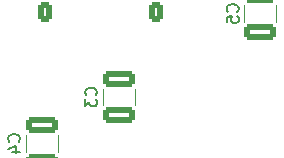
<source format=gbo>
G04 #@! TF.GenerationSoftware,KiCad,Pcbnew,7.0.10*
G04 #@! TF.CreationDate,2024-03-01T12:45:03+01:00*
G04 #@! TF.ProjectId,zapdos,7a617064-6f73-42e6-9b69-6361645f7063,rev?*
G04 #@! TF.SameCoordinates,Original*
G04 #@! TF.FileFunction,Legend,Bot*
G04 #@! TF.FilePolarity,Positive*
%FSLAX46Y46*%
G04 Gerber Fmt 4.6, Leading zero omitted, Abs format (unit mm)*
G04 Created by KiCad (PCBNEW 7.0.10) date 2024-03-01 12:45:03*
%MOMM*%
%LPD*%
G01*
G04 APERTURE LIST*
G04 Aperture macros list*
%AMRoundRect*
0 Rectangle with rounded corners*
0 $1 Rounding radius*
0 $2 $3 $4 $5 $6 $7 $8 $9 X,Y pos of 4 corners*
0 Add a 4 corners polygon primitive as box body*
4,1,4,$2,$3,$4,$5,$6,$7,$8,$9,$2,$3,0*
0 Add four circle primitives for the rounded corners*
1,1,$1+$1,$2,$3*
1,1,$1+$1,$4,$5*
1,1,$1+$1,$6,$7*
1,1,$1+$1,$8,$9*
0 Add four rect primitives between the rounded corners*
20,1,$1+$1,$2,$3,$4,$5,0*
20,1,$1+$1,$4,$5,$6,$7,0*
20,1,$1+$1,$6,$7,$8,$9,0*
20,1,$1+$1,$8,$9,$2,$3,0*%
G04 Aperture macros list end*
%ADD10C,0.150000*%
%ADD11C,0.120000*%
%ADD12RoundRect,0.250000X-0.625000X0.350000X-0.625000X-0.350000X0.625000X-0.350000X0.625000X0.350000X0*%
%ADD13O,1.750000X1.200000*%
%ADD14RoundRect,0.102000X0.765000X0.765000X-0.765000X0.765000X-0.765000X-0.765000X0.765000X-0.765000X0*%
%ADD15C,1.734000*%
%ADD16RoundRect,0.250000X-1.100000X0.412500X-1.100000X-0.412500X1.100000X-0.412500X1.100000X0.412500X0*%
%ADD17C,3.200000*%
%ADD18R,1.700000X1.700000*%
%ADD19O,1.700000X1.700000*%
%ADD20RoundRect,0.250000X-0.350000X-0.625000X0.350000X-0.625000X0.350000X0.625000X-0.350000X0.625000X0*%
%ADD21O,1.200000X1.750000*%
%ADD22C,6.000000*%
%ADD23RoundRect,0.102000X-0.765000X-0.765000X0.765000X-0.765000X0.765000X0.765000X-0.765000X0.765000X0*%
G04 APERTURE END LIST*
D10*
X136059580Y-28333333D02*
X136107200Y-28285714D01*
X136107200Y-28285714D02*
X136154819Y-28142857D01*
X136154819Y-28142857D02*
X136154819Y-28047619D01*
X136154819Y-28047619D02*
X136107200Y-27904762D01*
X136107200Y-27904762D02*
X136011961Y-27809524D01*
X136011961Y-27809524D02*
X135916723Y-27761905D01*
X135916723Y-27761905D02*
X135726247Y-27714286D01*
X135726247Y-27714286D02*
X135583390Y-27714286D01*
X135583390Y-27714286D02*
X135392914Y-27761905D01*
X135392914Y-27761905D02*
X135297676Y-27809524D01*
X135297676Y-27809524D02*
X135202438Y-27904762D01*
X135202438Y-27904762D02*
X135154819Y-28047619D01*
X135154819Y-28047619D02*
X135154819Y-28142857D01*
X135154819Y-28142857D02*
X135202438Y-28285714D01*
X135202438Y-28285714D02*
X135250057Y-28333333D01*
X135154819Y-29238095D02*
X135154819Y-28761905D01*
X135154819Y-28761905D02*
X135631009Y-28714286D01*
X135631009Y-28714286D02*
X135583390Y-28761905D01*
X135583390Y-28761905D02*
X135535771Y-28857143D01*
X135535771Y-28857143D02*
X135535771Y-29095238D01*
X135535771Y-29095238D02*
X135583390Y-29190476D01*
X135583390Y-29190476D02*
X135631009Y-29238095D01*
X135631009Y-29238095D02*
X135726247Y-29285714D01*
X135726247Y-29285714D02*
X135964342Y-29285714D01*
X135964342Y-29285714D02*
X136059580Y-29238095D01*
X136059580Y-29238095D02*
X136107200Y-29190476D01*
X136107200Y-29190476D02*
X136154819Y-29095238D01*
X136154819Y-29095238D02*
X136154819Y-28857143D01*
X136154819Y-28857143D02*
X136107200Y-28761905D01*
X136107200Y-28761905D02*
X136059580Y-28714286D01*
X117559580Y-39333333D02*
X117607200Y-39285714D01*
X117607200Y-39285714D02*
X117654819Y-39142857D01*
X117654819Y-39142857D02*
X117654819Y-39047619D01*
X117654819Y-39047619D02*
X117607200Y-38904762D01*
X117607200Y-38904762D02*
X117511961Y-38809524D01*
X117511961Y-38809524D02*
X117416723Y-38761905D01*
X117416723Y-38761905D02*
X117226247Y-38714286D01*
X117226247Y-38714286D02*
X117083390Y-38714286D01*
X117083390Y-38714286D02*
X116892914Y-38761905D01*
X116892914Y-38761905D02*
X116797676Y-38809524D01*
X116797676Y-38809524D02*
X116702438Y-38904762D01*
X116702438Y-38904762D02*
X116654819Y-39047619D01*
X116654819Y-39047619D02*
X116654819Y-39142857D01*
X116654819Y-39142857D02*
X116702438Y-39285714D01*
X116702438Y-39285714D02*
X116750057Y-39333333D01*
X116988152Y-40190476D02*
X117654819Y-40190476D01*
X116607200Y-39952381D02*
X117321485Y-39714286D01*
X117321485Y-39714286D02*
X117321485Y-40333333D01*
X124059580Y-35395833D02*
X124107200Y-35348214D01*
X124107200Y-35348214D02*
X124154819Y-35205357D01*
X124154819Y-35205357D02*
X124154819Y-35110119D01*
X124154819Y-35110119D02*
X124107200Y-34967262D01*
X124107200Y-34967262D02*
X124011961Y-34872024D01*
X124011961Y-34872024D02*
X123916723Y-34824405D01*
X123916723Y-34824405D02*
X123726247Y-34776786D01*
X123726247Y-34776786D02*
X123583390Y-34776786D01*
X123583390Y-34776786D02*
X123392914Y-34824405D01*
X123392914Y-34824405D02*
X123297676Y-34872024D01*
X123297676Y-34872024D02*
X123202438Y-34967262D01*
X123202438Y-34967262D02*
X123154819Y-35110119D01*
X123154819Y-35110119D02*
X123154819Y-35205357D01*
X123154819Y-35205357D02*
X123202438Y-35348214D01*
X123202438Y-35348214D02*
X123250057Y-35395833D01*
X123154819Y-35729167D02*
X123154819Y-36348214D01*
X123154819Y-36348214D02*
X123535771Y-36014881D01*
X123535771Y-36014881D02*
X123535771Y-36157738D01*
X123535771Y-36157738D02*
X123583390Y-36252976D01*
X123583390Y-36252976D02*
X123631009Y-36300595D01*
X123631009Y-36300595D02*
X123726247Y-36348214D01*
X123726247Y-36348214D02*
X123964342Y-36348214D01*
X123964342Y-36348214D02*
X124059580Y-36300595D01*
X124059580Y-36300595D02*
X124107200Y-36252976D01*
X124107200Y-36252976D02*
X124154819Y-36157738D01*
X124154819Y-36157738D02*
X124154819Y-35872024D01*
X124154819Y-35872024D02*
X124107200Y-35776786D01*
X124107200Y-35776786D02*
X124059580Y-35729167D01*
D11*
X136640000Y-27788748D02*
X136640000Y-29211252D01*
X139360000Y-27788748D02*
X139360000Y-29211252D01*
X120860000Y-38788748D02*
X120860000Y-40211252D01*
X118140000Y-38788748D02*
X118140000Y-40211252D01*
X124640000Y-34851248D02*
X124640000Y-36273752D01*
X127360000Y-34851248D02*
X127360000Y-36273752D01*
%LPC*%
D12*
X174000000Y-72000000D03*
D13*
X174000000Y-74000000D03*
X174000000Y-76000000D03*
X174000000Y-78000000D03*
D14*
X66675000Y-171165000D03*
D15*
X66675000Y-168625000D03*
X66675000Y-166085000D03*
X66675000Y-163545000D03*
X66675000Y-161005000D03*
X66675000Y-158465000D03*
X66675000Y-155925000D03*
X66675000Y-153385000D03*
X66675000Y-150845000D03*
X66675000Y-148305000D03*
X66675000Y-145765000D03*
X66675000Y-143225000D03*
X66675000Y-140685000D03*
X66675000Y-138145000D03*
X66675000Y-135605000D03*
X66675000Y-133065000D03*
X66675000Y-130525000D03*
X66675000Y-127985000D03*
X66675000Y-125445000D03*
X41275000Y-125445000D03*
X41275000Y-127985000D03*
X41275000Y-130525000D03*
X41275000Y-133065000D03*
X41275000Y-135605000D03*
X41275000Y-138145000D03*
X41275000Y-140685000D03*
X41275000Y-143225000D03*
X41275000Y-145765000D03*
X41275000Y-148305000D03*
X41275000Y-150845000D03*
X41275000Y-153385000D03*
X41275000Y-155925000D03*
X41275000Y-158465000D03*
X41275000Y-161005000D03*
X41275000Y-163545000D03*
X41275000Y-166085000D03*
X41275000Y-168625000D03*
X41275000Y-171165000D03*
D16*
X138000000Y-26937500D03*
X138000000Y-30062500D03*
X119500000Y-41062500D03*
X119500000Y-37937500D03*
X126000000Y-34000000D03*
X126000000Y-37125000D03*
D17*
X34290000Y-168910000D03*
D18*
X79375000Y-29210000D03*
D19*
X79375000Y-31750000D03*
X79375000Y-34290000D03*
D12*
X173990000Y-156560000D03*
D13*
X173990000Y-158560000D03*
X173990000Y-160560000D03*
X173990000Y-162560000D03*
D18*
X173990000Y-48895000D03*
D19*
X173990000Y-51435000D03*
X173990000Y-53975000D03*
X173990000Y-56515000D03*
X173990000Y-59055000D03*
X173990000Y-61595000D03*
D12*
X173990000Y-132430000D03*
D13*
X173990000Y-134430000D03*
X173990000Y-136430000D03*
X173990000Y-138430000D03*
D20*
X129175000Y-28390000D03*
D21*
X131175000Y-28390000D03*
D12*
X173990000Y-121920000D03*
D13*
X173990000Y-123920000D03*
X173990000Y-125920000D03*
D12*
X173990000Y-84900000D03*
D13*
X173990000Y-86900000D03*
X173990000Y-88900000D03*
X173990000Y-90900000D03*
X173990000Y-92900000D03*
X173990000Y-94900000D03*
D17*
X177165000Y-168910000D03*
D12*
X173990000Y-102395000D03*
D13*
X173990000Y-104395000D03*
X173990000Y-106395000D03*
X173990000Y-108395000D03*
X173990000Y-110395000D03*
X173990000Y-112395000D03*
D20*
X119785000Y-28390000D03*
D21*
X121785000Y-28390000D03*
D17*
X177165000Y-26035000D03*
X34290000Y-26035000D03*
D20*
X110395000Y-28390000D03*
D21*
X112395000Y-28390000D03*
D22*
X41970000Y-30690000D03*
X41970000Y-88690000D03*
X64970000Y-30690000D03*
X64970000Y-88690000D03*
D18*
X63700000Y-35560000D03*
D19*
X66240000Y-35560000D03*
X63700000Y-38100000D03*
X66240000Y-38100000D03*
X63700000Y-40640000D03*
X66240000Y-40640000D03*
X63700000Y-43180000D03*
X66240000Y-43180000D03*
X63700000Y-45720000D03*
X66240000Y-45720000D03*
X63700000Y-48260000D03*
X66240000Y-48260000D03*
X63700000Y-50800000D03*
X66240000Y-50800000D03*
X63700000Y-53340000D03*
X66240000Y-53340000D03*
X63700000Y-55880000D03*
X66240000Y-55880000D03*
X63700000Y-58420000D03*
X66240000Y-58420000D03*
X63700000Y-60960000D03*
X66240000Y-60960000D03*
X63700000Y-63500000D03*
X66240000Y-63500000D03*
X63700000Y-66040000D03*
X66240000Y-66040000D03*
X63700000Y-68580000D03*
X66240000Y-68580000D03*
X63700000Y-71120000D03*
X66240000Y-71120000D03*
X63700000Y-73660000D03*
X66240000Y-73660000D03*
X63700000Y-76200000D03*
X66240000Y-76200000D03*
X63700000Y-78740000D03*
X66240000Y-78740000D03*
X63700000Y-81280000D03*
X66240000Y-81280000D03*
X63700000Y-83820000D03*
X66240000Y-83820000D03*
D17*
X93980000Y-66675000D03*
X95250000Y-142875000D03*
X127000000Y-118745000D03*
X140970000Y-142875000D03*
X142240000Y-67945000D03*
D23*
X139700000Y-71501000D03*
D15*
X142240000Y-71501000D03*
X139700000Y-74041000D03*
X142240000Y-74041000D03*
X139700000Y-76581000D03*
X142240000Y-76581000D03*
X139700000Y-79121000D03*
X142240000Y-79121000D03*
X139700000Y-81661000D03*
X142240000Y-81661000D03*
X139700000Y-84201000D03*
X142240000Y-84201000D03*
X139700000Y-86741000D03*
X142240000Y-86741000D03*
X139700000Y-89281000D03*
X142240000Y-89281000D03*
X139700000Y-91821000D03*
X142240000Y-91821000D03*
X139700000Y-94361000D03*
X142240000Y-94361000D03*
D23*
X93980000Y-80645000D03*
D15*
X96520000Y-80645000D03*
X93980000Y-83185000D03*
X96520000Y-83185000D03*
X93980000Y-85725000D03*
X96520000Y-85725000D03*
X93980000Y-88265000D03*
X96520000Y-88265000D03*
X93980000Y-90805000D03*
X96520000Y-90805000D03*
X93980000Y-93345000D03*
X96520000Y-93345000D03*
X93980000Y-95885000D03*
X96520000Y-95885000D03*
X93980000Y-98425000D03*
X96520000Y-98425000D03*
D23*
X93980000Y-103505000D03*
D15*
X96520000Y-103505000D03*
X93980000Y-106045000D03*
X96520000Y-106045000D03*
X93980000Y-108585000D03*
X96520000Y-108585000D03*
X93980000Y-111125000D03*
X96520000Y-111125000D03*
X93980000Y-113665000D03*
X96520000Y-113665000D03*
X93980000Y-116205000D03*
X96520000Y-116205000D03*
X93980000Y-118745000D03*
X96520000Y-118745000D03*
X93980000Y-121285000D03*
X96520000Y-121285000D03*
X93980000Y-123825000D03*
X96520000Y-123825000D03*
X93980000Y-126365000D03*
X96520000Y-126365000D03*
X93980000Y-128905000D03*
X96520000Y-128905000D03*
X93980000Y-131445000D03*
X96520000Y-131445000D03*
X93980000Y-133985000D03*
X96520000Y-133985000D03*
X93980000Y-136525000D03*
X96520000Y-136525000D03*
X93980000Y-139065000D03*
X96520000Y-139065000D03*
D23*
X139700000Y-98425000D03*
D15*
X142240000Y-98425000D03*
X139700000Y-100965000D03*
X142240000Y-100965000D03*
X139700000Y-103505000D03*
X142240000Y-103505000D03*
X139700000Y-106045000D03*
X142240000Y-106045000D03*
X139700000Y-108585000D03*
X142240000Y-108585000D03*
X139700000Y-111125000D03*
X142240000Y-111125000D03*
X139700000Y-113665000D03*
X142240000Y-113665000D03*
X139700000Y-116205000D03*
X142240000Y-116205000D03*
X139700000Y-118745000D03*
X142240000Y-118745000D03*
X139700000Y-121285000D03*
X142240000Y-121285000D03*
X139700000Y-123825000D03*
X142240000Y-123825000D03*
X139700000Y-126365000D03*
X142240000Y-126365000D03*
X139700000Y-128905000D03*
X142240000Y-128905000D03*
X139700000Y-131445000D03*
X142240000Y-131445000D03*
X139700000Y-133985000D03*
X142240000Y-133985000D03*
X139700000Y-136525000D03*
X142240000Y-136525000D03*
X139700000Y-139065000D03*
X142240000Y-139065000D03*
D23*
X86360000Y-70485000D03*
D15*
X88900000Y-70485000D03*
X86360000Y-73025000D03*
X88900000Y-73025000D03*
X86360000Y-75565000D03*
X88900000Y-75565000D03*
X86360000Y-78105000D03*
X88900000Y-78105000D03*
X86360000Y-80645000D03*
X88900000Y-80645000D03*
X86360000Y-83185000D03*
X88900000Y-83185000D03*
X86360000Y-85725000D03*
X88900000Y-85725000D03*
X86360000Y-88265000D03*
X88900000Y-88265000D03*
X86360000Y-90805000D03*
X88900000Y-90805000D03*
X86360000Y-93345000D03*
X88900000Y-93345000D03*
X86360000Y-95885000D03*
X88900000Y-95885000D03*
X86360000Y-98425000D03*
X88900000Y-98425000D03*
X86360000Y-100965000D03*
X88900000Y-100965000D03*
X86360000Y-103505000D03*
X88900000Y-103505000D03*
X86360000Y-106045000D03*
X88900000Y-106045000D03*
X86360000Y-108585000D03*
X88900000Y-108585000D03*
X86360000Y-111125000D03*
X88900000Y-111125000D03*
X86360000Y-113665000D03*
X88900000Y-113665000D03*
X86360000Y-116205000D03*
X88900000Y-116205000D03*
X86360000Y-118745000D03*
X88900000Y-118745000D03*
X86360000Y-121285000D03*
X88900000Y-121285000D03*
X86360000Y-123825000D03*
X88900000Y-123825000D03*
X86360000Y-126365000D03*
X88900000Y-126365000D03*
X86360000Y-128905000D03*
X88900000Y-128905000D03*
X86360000Y-131445000D03*
X88900000Y-131445000D03*
X86360000Y-133985000D03*
X88900000Y-133985000D03*
X86360000Y-136525000D03*
X88900000Y-136525000D03*
X86360000Y-139065000D03*
X88900000Y-139065000D03*
X86360000Y-141605000D03*
X88900000Y-141605000D03*
X86360000Y-144145000D03*
X88900000Y-144145000D03*
X86360000Y-146685000D03*
X88900000Y-146685000D03*
X86360000Y-149225000D03*
X88900000Y-149225000D03*
X86360000Y-151765000D03*
X88900000Y-151765000D03*
X86360000Y-154305000D03*
X88900000Y-154305000D03*
X86360000Y-156845000D03*
X88900000Y-156845000D03*
X86360000Y-159385000D03*
X88900000Y-159385000D03*
D23*
X147320000Y-70505000D03*
D15*
X149860000Y-70505000D03*
X147320000Y-73045000D03*
X149860000Y-73045000D03*
X147320000Y-75585000D03*
X149860000Y-75585000D03*
X147320000Y-78125000D03*
X149860000Y-78125000D03*
X147320000Y-80665000D03*
X149860000Y-80665000D03*
X147320000Y-83205000D03*
X149860000Y-83205000D03*
X147320000Y-85745000D03*
X149860000Y-85745000D03*
X147320000Y-88285000D03*
X149860000Y-88285000D03*
X147320000Y-90825000D03*
X149860000Y-90825000D03*
X147320000Y-93365000D03*
X149860000Y-93365000D03*
X147320000Y-95905000D03*
X149860000Y-95905000D03*
X147320000Y-98445000D03*
X149860000Y-98445000D03*
X147320000Y-100985000D03*
X149860000Y-100985000D03*
X147320000Y-103525000D03*
X149860000Y-103525000D03*
X147320000Y-106065000D03*
X149860000Y-106065000D03*
X147320000Y-108605000D03*
X149860000Y-108605000D03*
X147320000Y-111145000D03*
X149860000Y-111145000D03*
X147320000Y-113685000D03*
X149860000Y-113685000D03*
X147320000Y-116225000D03*
X149860000Y-116225000D03*
X147320000Y-118765000D03*
X149860000Y-118765000D03*
X147320000Y-121305000D03*
X149860000Y-121305000D03*
X147320000Y-123845000D03*
X149860000Y-123845000D03*
X147320000Y-126385000D03*
X149860000Y-126385000D03*
X147320000Y-128925000D03*
X149860000Y-128925000D03*
X147320000Y-131465000D03*
X149860000Y-131465000D03*
X147320000Y-134005000D03*
X149860000Y-134005000D03*
X147320000Y-136545000D03*
X149860000Y-136545000D03*
X147320000Y-139085000D03*
X149860000Y-139085000D03*
X147320000Y-141625000D03*
X149860000Y-141625000D03*
X147320000Y-144165000D03*
X149860000Y-144165000D03*
X147320000Y-146705000D03*
X149860000Y-146705000D03*
X147320000Y-149245000D03*
X149860000Y-149245000D03*
X147320000Y-151785000D03*
X149860000Y-151785000D03*
X147320000Y-154325000D03*
X149860000Y-154325000D03*
X147320000Y-156865000D03*
X149860000Y-156865000D03*
X147320000Y-159405000D03*
X149860000Y-159405000D03*
D12*
X173990000Y-143860000D03*
D13*
X173990000Y-145860000D03*
X173990000Y-147860000D03*
X173990000Y-149860000D03*
%LPD*%
M02*

</source>
